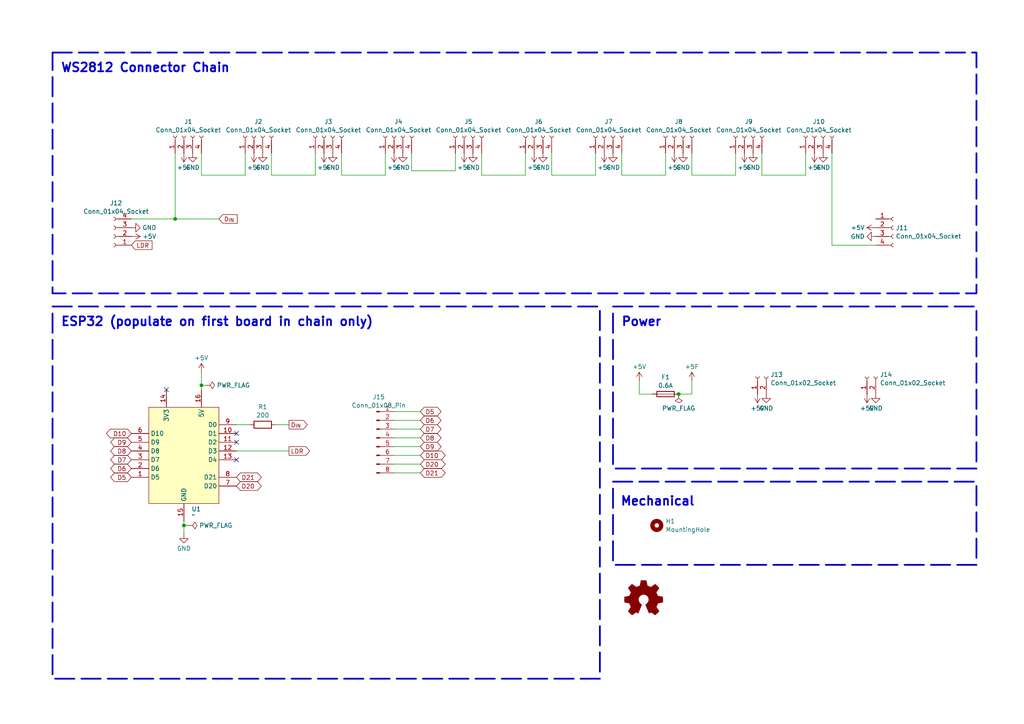
<source format=kicad_sch>
(kicad_sch (version 20231120) (generator "eeschema") (generator_version "8.0")
  (paper "A4")
  (lib_symbols
    (symbol "Connector:Conn_01x02_Socket" (pin_names (offset 1.016) hide)
      (property "Reference" "J" (at 0 2.54 0))
      (property "Value" "Conn_01x02_Socket" (at 0 -5.08 0))
      (symbol "Conn_01x02_Socket_1_1"
        (arc (start 0 -2.032) (mid -0.5058 -2.54) (end 0 -3.048) (stroke (width 0.1524)))
        (polyline (pts (xy -1.27 -2.54) (xy -0.508 -2.54)) (stroke (width 0.1524)))
        (polyline (pts (xy -1.27 0) (xy -0.508 0)) (stroke (width 0.1524)))
        (arc (start 0 0.508) (mid -0.5058 0) (end 0 -0.508) (stroke (width 0.1524)))
        (pin passive line (at -5.08 0 0) (length 3.81) (name "Pin_1") (number "1"))
        (pin passive line (at -5.08 -2.54 0) (length 3.81) (name "Pin_2") (number "2"))
      )
    )
    (symbol "Connector:Conn_01x04_Socket" (pin_names (offset 1.016) hide)
      (property "Reference" "J" (at 0 5.08 0))
      (property "Value" "Conn_01x04_Socket" (at 0 -7.62 0))
      (symbol "Conn_01x04_Socket_1_1"
        (arc (start 0 -4.572) (mid -0.5058 -5.08) (end 0 -5.588) (stroke (width 0.1524)))
        (arc (start 0 -2.032) (mid -0.5058 -2.54) (end 0 -3.048) (stroke (width 0.1524)))
        (polyline (pts (xy -1.27 -5.08) (xy -0.508 -5.08)) (stroke (width 0.1524)))
        (polyline (pts (xy -1.27 -2.54) (xy -0.508 -2.54)) (stroke (width 0.1524)))
        (polyline (pts (xy -1.27 0) (xy -0.508 0)) (stroke (width 0.1524)))
        (polyline (pts (xy -1.27 2.54) (xy -0.508 2.54)) (stroke (width 0.1524)))
        (arc (start 0 0.508) (mid -0.5058 0) (end 0 -0.508) (stroke (width 0.1524)))
        (arc (start 0 3.048) (mid -0.5058 2.54) (end 0 2.032) (stroke (width 0.1524)))
        (pin passive line (at -5.08 2.54 0) (length 3.81) (name "Pin_1") (number "1"))
        (pin passive line (at -5.08 0 0) (length 3.81) (name "Pin_2") (number "2"))
        (pin passive line (at -5.08 -2.54 0) (length 3.81) (name "Pin_3") (number "3"))
        (pin passive line (at -5.08 -5.08 0) (length 3.81) (name "Pin_4") (number "4"))
      )
    )
    (symbol "Connector:Conn_01x08_Pin" (pin_names (offset 1.016) hide)
      (property "Reference" "J" (at 0 10.16 0))
      (property "Value" "Conn_01x08_Pin" (at 0 -12.7 0))
      (symbol "Conn_01x08_Pin_1_1"
        (polyline (pts (xy 1.27 -10.16) (xy 0.8636 -10.16)) (stroke (width 0.1524)))
        (polyline (pts (xy 1.27 -7.62) (xy 0.8636 -7.62)) (stroke (width 0.1524)))
        (polyline (pts (xy 1.27 -5.08) (xy 0.8636 -5.08)) (stroke (width 0.1524)))
        (polyline (pts (xy 1.27 -2.54) (xy 0.8636 -2.54)) (stroke (width 0.1524)))
        (polyline (pts (xy 1.27 0) (xy 0.8636 0)) (stroke (width 0.1524)))
        (polyline (pts (xy 1.27 2.54) (xy 0.8636 2.54)) (stroke (width 0.1524)))
        (polyline (pts (xy 1.27 5.08) (xy 0.8636 5.08)) (stroke (width 0.1524)))
        (polyline (pts (xy 1.27 7.62) (xy 0.8636 7.62)) (stroke (width 0.1524)))
        (rectangle (start 0.8636 -10.033) (end 0 -10.287) (stroke (width 0.1524)) (fill (type outline)))
        (rectangle (start 0.8636 -7.493) (end 0 -7.747) (stroke (width 0.1524)) (fill (type outline)))
        (rectangle (start 0.8636 -4.953) (end 0 -5.207) (stroke (width 0.1524)) (fill (type outline)))
        (rectangle (start 0.8636 -2.413) (end 0 -2.667) (stroke (width 0.1524)) (fill (type outline)))
        (rectangle (start 0.8636 0.127) (end 0 -0.127) (stroke (width 0.1524)) (fill (type outline)))
        (rectangle (start 0.8636 2.667) (end 0 2.413) (stroke (width 0.1524)) (fill (type outline)))
        (rectangle (start 0.8636 5.207) (end 0 4.953) (stroke (width 0.1524)) (fill (type outline)))
        (rectangle (start 0.8636 7.747) (end 0 7.493) (stroke (width 0.1524)) (fill (type outline)))
        (pin passive line (at 5.08 7.62 180) (length 3.81) (name "Pin_1") (number "1"))
        (pin passive line (at 5.08 5.08 180) (length 3.81) (name "Pin_2") (number "2"))
        (pin passive line (at 5.08 2.54 180) (length 3.81) (name "Pin_3") (number "3"))
        (pin passive line (at 5.08 0 180) (length 3.81) (name "Pin_4") (number "4"))
        (pin passive line (at 5.08 -2.54 180) (length 3.81) (name "Pin_5") (number "5"))
        (pin passive line (at 5.08 -5.08 180) (length 3.81) (name "Pin_6") (number "6"))
        (pin passive line (at 5.08 -7.62 180) (length 3.81) (name "Pin_7") (number "7"))
        (pin passive line (at 5.08 -10.16 180) (length 3.81) (name "Pin_8") (number "8"))
      )
    )
    (symbol "Device:Fuse" (pin_numbers hide) (pin_names (offset 0))
      (property "Reference" "F" (at 2.032 0 90))
      (property "Value" "Fuse" (at -1.905 0 90))
      (symbol "Fuse_0_1"
        (rectangle (start -0.762 -2.54) (end 0.762 2.54) (stroke (width 0.254)))
        (polyline (pts (xy 0 2.54) (xy 0 -2.54)))
      )
      (symbol "Fuse_1_1"
        (pin passive line (at 0 3.81 270) (length 1.27) (name "~") (number "1"))
        (pin passive line (at 0 -3.81 90) (length 1.27) (name "~") (number "2"))
      )
    )
    (symbol "Device:R" (pin_numbers hide) (pin_names (offset 0))
      (property "Reference" "R" (at 2.032 0 90))
      (property "Value" "R" (at 0 0 90))
      (symbol "R_0_1"
        (rectangle (start -1.016 -2.54) (end 1.016 2.54) (stroke (width 0.254)))
      )
      (symbol "R_1_1"
        (pin passive line (at 0 3.81 270) (length 1.27) (name "~") (number "1"))
        (pin passive line (at 0 -3.81 90) (length 1.27) (name "~") (number "2"))
      )
    )
    (symbol "Graphic:Logo_Open_Hardware_Small" (in_bom no) (on_board no)
      (symbol "Logo_Open_Hardware_Small_0_1"
        (polyline (pts (xy 3.3528 -4.3434) (xy 3.302 -4.318) (xy 3.175 -4.2418) (xy 2.9972 -4.1148) (xy 2.7686 -3.9624) (xy 2.54 -3.81) (xy 2.3622 -3.7084) (xy 2.2352 -3.6068) (xy 2.1844 -3.5814) (xy 2.159 -3.6068) (xy 2.0574 -3.6576) (xy 1.905 -3.7338) (xy 1.8034 -3.7846) (xy 1.6764 -3.8354) (xy 1.6002 -3.8354) (xy 1.6002 -3.8354) (xy 1.5494 -3.7338) (xy 1.4732 -3.5306) (xy 1.3462 -3.302) (xy 1.2446 -3.0226) (xy 1.1176 -2.7178) (xy 0.9652 -2.413) (xy 0.8636 -2.1082) (xy 0.7366 -1.8288) (xy 0.6604 -1.6256) (xy 0.6096 -1.4732) (xy 0.5842 -1.397) (xy 0.5842 -1.397) (xy 0.6604 -1.3208) (xy 0.7874 -1.2446) (xy 1.0414 -1.016) (xy 1.2954 -0.6858) (xy 1.4478 -0.3302) (xy 1.524 0.0762) (xy 1.4732 0.4572) (xy 1.3208 0.8128) (xy 1.0668 1.143) (xy 0.762 1.3716) (xy 0.4064 1.524) (xy 0 1.5748) (xy -0.381 1.5494) (xy -0.7366 1.397) (xy -1.0668 1.143) (xy -1.2192 0.9906) (xy -1.397 0.6604) (xy -1.524 0.3048) (xy -1.524 0.2286) (xy -1.4986 -0.1778) (xy -1.397 -0.5334) (xy -1.1938 -0.8636) (xy -0.9144 -1.143) (xy -0.8636 -1.1684) (xy -0.7366 -1.27) (xy -0.635 -1.3462) (xy -0.5842 -1.397) (xy -1.0668 -2.5908) (xy -1.143 -2.794) (xy -1.2954 -3.1242) (xy -1.397 -3.4036) (xy -1.4986 -3.6322) (xy -1.5748 -3.7846) (xy -1.6002 -3.8354) (xy -1.6002 -3.8354) (xy -1.651 -3.8354) (xy -1.7272 -3.81) (xy -1.905 -3.7338) (xy -2.0066 -3.683) (xy -2.1336 -3.6068) (xy -2.2098 -3.5814) (xy -2.2606 -3.6068) (xy -2.3622 -3.683) (xy -2.54 -3.81) (xy -2.7686 -3.9624) (xy -2.9718 -4.0894) (xy -3.1496 -4.2164) (xy -3.302 -4.318) (xy -3.3528 -4.3434) (xy -3.3782 -4.3434) (xy -3.429 -4.318) (xy -3.5306 -4.2164) (xy -3.7084 -4.064) (xy -3.937 -3.8354) (xy -3.9624 -3.81) (xy -4.1656 -3.6068) (xy -4.318 -3.4544) (xy -4.4196 -3.3274) (xy -4.445 -3.2766) (xy -4.445 -3.2766) (xy -4.4196 -3.2258) (xy -4.318 -3.0734) (xy -4.2164 -2.8956) (xy -4.064 -2.667) (xy -3.6576 -2.0828) (xy -3.8862 -1.5494) (xy -3.937 -1.3716) (xy -4.0386 -1.1684) (xy -4.0894 -1.0414) (xy -4.1148 -0.9652) (xy -4.191 -0.9398) (xy -4.318 -0.9144) (xy -4.5466 -0.8636) (xy -4.8006 -0.8128) (xy -5.0546 -0.7874) (xy -5.2578 -0.7366) (xy -5.4356 -0.7112) (xy -5.5118 -0.6858) (xy -5.5118 -0.6858) (xy -5.5372 -0.635) (xy -5.5372 -0.5588) (xy -5.5372 -0.4318) (xy -5.5626 -0.2286) (xy -5.5626 0.0762) (xy -5.5626 0.127) (xy -5.5372 0.4064) (xy -5.5372 0.635) (xy -5.5372 0.762) (xy -5.5372 0.8382) (xy -5.5372 0.8382) (xy -5.461 0.8382) (xy -5.3086 0.889) (xy -5.08 0.9144) (xy -4.826 0.9652) (xy -4.8006 0.9906) (xy -4.5466 1.0414) (xy -4.318 1.0668) (xy -4.1656 1.1176) (xy -4.0894 1.143) (xy -4.0894 1.143) (xy -4.0386 1.2446) (xy -3.9624 1.4224) (xy -3.8608 1.6256) (xy -3.7846 1.8288) (xy -3.7084 2.0066) (xy -3.6576 2.159) (xy -3.6322 2.2098) (xy -3.6322 2.2098) (xy -3.683 2.286) (xy -3.7592 2.413) (xy -3.8862 2.5908) (xy -4.064 2.8194) (xy -4.064 2.8448) (xy -4.2164 3.0734) (xy -4.3434 3.2512) (xy -4.4196 3.3782) (xy -4.445 3.4544) (xy -4.445 3.4544) (xy -4.3942 3.5052) (xy -4.2926 3.6322) (xy -4.1148 3.81) (xy -3.937 4.0132) (xy -3.8608 4.064) (xy -3.6576 4.2926) (xy -3.5052 4.4196) (xy -3.4036 4.4958) (xy -3.3528 4.5212) (xy -3.3528 4.5212) (xy -3.302 4.4704) (xy -3.1496 4.3688) (xy -2.9718 4.2418) (xy -2.7432 4.0894) (xy -2.7178 4.0894) (xy -2.4892 3.937) (xy -2.3114 3.81) (xy -2.1844 3.7084) (xy -2.1336 3.683) (xy -2.1082 3.683) (xy -2.032 3.7084) (xy -1.8542 3.7592) (xy -1.6764 3.8354) (xy -1.4732 3.937) (xy -1.27 4.0132) (xy -1.143 4.064) (xy -1.0668 4.1148) (xy -1.0668 4.1148) (xy -1.0414 4.191) (xy -1.016 4.3434) (xy -0.9652 4.572) (xy -0.9144 4.8514) (xy -0.889 4.9022) (xy -0.8382 5.1562) (xy -0.8128 5.3848) (xy -0.7874 5.5372) (xy -0.762 5.588) (xy -0.7112 5.6134) (xy -0.5842 5.6134) (xy -0.4064 5.6134) (xy -0.1524 5.6134) (xy 0.0762 5.6134) (xy 0.3302 5.6134) (xy 0.5334 5.6134) (xy 0.6858 5.588) (xy 0.7366 5.588) (xy 0.7366 5.588) (xy 0.762 5.5118) (xy 0.8128 5.334) (xy 0.8382 5.1054) (xy 0.9144 4.826) (xy 0.9144 4.7752) (xy 0.9652 4.5212) (xy 1.016 4.2926) (xy 1.0414 4.1402) (xy 1.0668 4.0894) (xy 1.0668 4.0894) (xy 1.1938 4.0386) (xy 1.3716 3.9624) (xy 1.5748 3.8608) (xy 2.0828 3.6576) (xy 2.7178 4.0894) (xy 2.7686 4.1402) (xy 2.9972 4.2926) (xy 3.175 4.4196) (xy 3.302 4.4958) (xy 3.3782 4.5212) (xy 3.3782 4.5212) (xy 3.429 4.4704) (xy 3.556 4.3434) (xy 3.7338 4.191) (xy 3.9116 3.9878) (xy 4.064 3.8354) (xy 4.2418 3.6576) (xy 4.3434 3.556) (xy 4.4196 3.4798) (xy 4.4196 3.429) (xy 4.4196 3.4036) (xy 4.3942 3.3274) (xy 4.2926 3.2004) (xy 4.1656 2.9972) (xy 4.0132 2.794) (xy 3.8862 2.5908) (xy 3.7592 2.3876) (xy 3.6576 2.2352) (xy 3.6322 2.159) (xy 3.6322 2.1336) (xy 3.683 2.0066) (xy 3.7592 1.8288) (xy 3.8608 1.6002) (xy 4.064 1.1176) (xy 4.3942 1.0414) (xy 4.5974 1.016) (xy 4.8768 0.9652) (xy 5.1308 0.9144) (xy 5.5372 0.8382) (xy 5.5626 -0.6604) (xy 5.4864 -0.6858) (xy 5.4356 -0.6858) (xy 5.2832 -0.7366) (xy 5.0546 -0.762) (xy 4.8006 -0.8128) (xy 4.5974 -0.8636) (xy 4.3688 -0.9144) (xy 4.2164 -0.9398) (xy 4.1402 -0.9398) (xy 4.1148 -0.9652) (xy 4.064 -1.0668) (xy 3.9878 -1.2446) (xy 3.9116 -1.4478) (xy 3.81 -1.651) (xy 3.7338 -1.8542) (xy 3.683 -2.0066) (xy 3.6576 -2.0828) (xy 3.683 -2.1336) (xy 3.7846 -2.2606) (xy 3.8862 -2.4638) (xy 4.0386 -2.667) (xy 4.191 -2.8956) (xy 4.318 -3.0734) (xy 4.3942 -3.2004) (xy 4.445 -3.2766) (xy 4.4196 -3.3274) (xy 4.3434 -3.429) (xy 4.1656 -3.5814) (xy 3.937 -3.8354) (xy 3.8862 -3.8608) (xy 3.683 -4.064) (xy 3.5306 -4.2164) (xy 3.4036 -4.318) (xy 3.3528 -4.3434)) (fill (type outline)))
      )
    )
    (symbol "Mechanical:MountingHole" (pin_names (offset 1.016)) (exclude_from_sim yes) (in_bom no)
      (property "Reference" "H" (at 0 5.08 0))
      (property "Value" "MountingHole" (at 0 3.175 0))
      (symbol "MountingHole_0_1"
        (circle (center 0 0) (radius 1.27) (stroke (width 1.27)))
      )
    )
    (symbol "ledpcb:ESP32C3"
      (property "Reference" "U" (at -1.27 -1.27 0))
      (symbol "ESP32C3_1_1"
        (rectangle (start 0 27.94) (end 20.32 0) (fill (type background)))
        (pin bidirectional line (at -5.08 7.62 0) (length 5.08) (name "D5") (number "1"))
        (pin bidirectional line (at 25.4 20.32 180) (length 5.08) (name "D1") (number "10"))
        (pin bidirectional line (at 25.4 17.78 180) (length 5.08) (name "D2") (number "11"))
        (pin bidirectional line (at 25.4 15.24 180) (length 5.08) (name "D3") (number "12"))
        (pin bidirectional line (at 25.4 12.7 180) (length 5.08) (name "D4") (number "13"))
        (pin bidirectional line (at 5.08 33.02 270) (length 5.08) (name "3V3") (number "14"))
        (pin bidirectional line (at 10.16 -5.08 90) (length 5.08) (name "GND") (number "15"))
        (pin bidirectional line (at 15.24 33.02 270) (length 5.08) (name "5V") (number "16"))
        (pin bidirectional line (at -5.08 10.16 0) (length 5.08) (name "D6") (number "2"))
        (pin bidirectional line (at -5.08 12.7 0) (length 5.08) (name "D7") (number "3"))
        (pin bidirectional line (at -5.08 15.24 0) (length 5.08) (name "D8") (number "4"))
        (pin bidirectional line (at -5.08 17.78 0) (length 5.08) (name "D9") (number "5"))
        (pin bidirectional line (at -5.08 20.32 0) (length 5.08) (name "D10") (number "6"))
        (pin bidirectional line (at 25.4 5.08 180) (length 5.08) (name "D20") (number "7"))
        (pin bidirectional line (at 25.4 7.62 180) (length 5.08) (name "D21") (number "8"))
        (pin bidirectional line (at 25.4 22.86 180) (length 5.08) (name "D0") (number "9"))
      )
    )
    (symbol "power:+5F" (power) (pin_numbers hide) (pin_names (offset 0) hide)
      (property "Value" "+5F" (at 0 3.556 0))
      (symbol "+5F_0_1"
        (polyline (pts (xy -0.762 1.27) (xy 0 2.54)))
        (polyline (pts (xy 0 0) (xy 0 2.54)))
        (polyline (pts (xy 0 2.54) (xy 0.762 1.27)))
      )
      (symbol "+5F_1_1"
        (pin power_in line (at 0 0 90) (length 0) (name "~") (number "1"))
      )
    )
    (symbol "power:+5V" (power) (pin_numbers hide) (pin_names (offset 0) hide)
      (property "Value" "+5V" (at 0 3.556 0))
      (symbol "+5V_0_1"
        (polyline (pts (xy -0.762 1.27) (xy 0 2.54)))
        (polyline (pts (xy 0 0) (xy 0 2.54)))
        (polyline (pts (xy 0 2.54) (xy 0.762 1.27)))
      )
      (symbol "+5V_1_1"
        (pin power_in line (at 0 0 90) (length 0) (name "~") (number "1"))
      )
    )
    (symbol "power:GND" (power) (pin_numbers hide) (pin_names (offset 0) hide)
      (property "Value" "GND" (at 0 -3.81 0))
      (symbol "GND_0_1"
        (polyline (pts (xy 0 0) (xy 0 -1.27) (xy 1.27 -1.27) (xy 0 -2.54) (xy -1.27 -1.27) (xy 0 -1.27)))
      )
      (symbol "GND_1_1"
        (pin power_in line (at 0 0 270) (length 0) (name "~") (number "1"))
      )
    )
    (symbol "power:PWR_FLAG" (power) (pin_numbers hide) (pin_names (offset 0) hide)
      (property "Value" "PWR_FLAG" (at 0 3.81 0))
      (symbol "PWR_FLAG_0_0"
        (pin power_out line (at 0 0 90) (length 0) (name "~") (number "1"))
      )
      (symbol "PWR_FLAG_0_1"
        (polyline (pts (xy 0 0) (xy 0 1.27) (xy -1.016 1.905) (xy 0 2.54) (xy 1.016 1.905) (xy 0 1.27)))
      )
    )
  )
  (junction (at 196.85 114.3))
  (junction (at 53.34 152.4))
  (junction (at 58.42 111.76))
  (junction (at 50.8 63.5))
  (no_connect (at 48.26 113.03))
  (no_connect (at 68.58 133.35))
  (no_connect (at 68.58 128.27))
  (no_connect (at 68.58 125.73))
  (wire (pts (xy 200.66 114.3) (xy 196.85 114.3)))
  (wire (pts (xy 58.42 44.45) (xy 58.42 50.8)))
  (wire (pts (xy 185.42 114.3) (xy 189.23 114.3)))
  (wire (pts (xy 53.34 152.4) (xy 54.61 152.4)))
  (wire (pts (xy 200.66 44.45) (xy 200.66 50.8)))
  (wire (pts (xy 180.34 44.45) (xy 180.34 50.8)))
  (wire (pts (xy 111.76 50.8) (xy 111.76 44.45)))
  (wire (pts (xy 172.72 50.8) (xy 172.72 44.45)))
  (wire (pts (xy 58.42 111.76) (xy 59.69 111.76)))
  (wire (pts (xy 241.3 44.45) (xy 241.3 71.12)))
  (wire (pts (xy 160.02 50.8) (xy 172.72 50.8)))
  (wire (pts (xy 50.8 63.5) (xy 63.5 63.5)))
  (wire (pts (xy 114.3 137.16) (xy 121.92 137.16)))
  (wire (pts (xy 220.98 44.45) (xy 220.98 50.8)))
  (wire (pts (xy 185.42 110.49) (xy 185.42 114.3)))
  (wire (pts (xy 78.74 44.45) (xy 78.74 50.8)))
  (wire (pts (xy 78.74 50.8) (xy 91.44 50.8)))
  (wire (pts (xy 71.12 50.8) (xy 71.12 44.45)))
  (wire (pts (xy 53.34 152.4) (xy 53.34 154.94)))
  (wire (pts (xy 58.42 50.8) (xy 71.12 50.8)))
  (wire (pts (xy 241.3 71.12) (xy 254 71.12)))
  (wire (pts (xy 50.8 44.45) (xy 50.8 63.5)))
  (wire (pts (xy 114.3 129.54) (xy 121.92 129.54)))
  (wire (pts (xy 114.3 127) (xy 121.92 127)))
  (wire (pts (xy 213.36 50.8) (xy 213.36 44.45)))
  (wire (pts (xy 114.3 119.38) (xy 121.92 119.38)))
  (wire (pts (xy 233.68 50.8) (xy 233.68 44.45)))
  (wire (pts (xy 99.06 44.45) (xy 99.06 50.8)))
  (wire (pts (xy 38.1 63.5) (xy 50.8 63.5)))
  (wire (pts (xy 152.4 50.8) (xy 152.4 44.45)))
  (wire (pts (xy 114.3 124.46) (xy 121.92 124.46)))
  (wire (pts (xy 139.7 44.45) (xy 139.7 50.8)))
  (wire (pts (xy 58.42 111.76) (xy 58.42 113.03)))
  (wire (pts (xy 91.44 50.8) (xy 91.44 44.45)))
  (wire (pts (xy 68.58 130.81) (xy 83.82 130.81)))
  (wire (pts (xy 58.42 107.95) (xy 58.42 111.76)))
  (wire (pts (xy 160.02 44.45) (xy 160.02 50.8)))
  (wire (pts (xy 139.7 50.8) (xy 152.4 50.8)))
  (wire (pts (xy 114.3 121.92) (xy 121.92 121.92)))
  (wire (pts (xy 200.66 110.49) (xy 200.66 114.3)))
  (wire (pts (xy 53.34 151.13) (xy 53.34 152.4)))
  (wire (pts (xy 119.38 44.45) (xy 119.38 49.53)))
  (wire (pts (xy 119.38 49.53) (xy 132.08 49.53)))
  (wire (pts (xy 80.01 123.19) (xy 83.82 123.19)))
  (wire (pts (xy 114.3 134.62) (xy 121.92 134.62)))
  (wire (pts (xy 114.3 132.08) (xy 121.92 132.08)))
  (wire (pts (xy 68.58 123.19) (xy 72.39 123.19)))
  (wire (pts (xy 200.66 50.8) (xy 213.36 50.8)))
  (wire (pts (xy 99.06 50.8) (xy 111.76 50.8)))
  (wire (pts (xy 132.08 49.53) (xy 132.08 44.45)))
  (wire (pts (xy 220.98 50.8) (xy 233.68 50.8)))
  (wire (pts (xy 180.34 50.8) (xy 193.04 50.8)))
  (wire (pts (xy 193.04 50.8) (xy 193.04 44.45)))
  (rectangle (start 15.24 15.24) (end 283.21 85.09) (stroke (width 0.508) (type dash)))
  (rectangle (start 177.8 139.7) (end 283.21 163.83) (stroke (width 0.508) (type dash)))
  (rectangle (start 177.8 88.9) (end 283.21 135.89) (stroke (width 0.508) (type dash)))
  (rectangle (start 15.24 88.9) (end 173.99 196.85) (stroke (width 0.508) (type dash)))
  (text "WS2812 Connector Chain" (at 17.526 18.288 0) (effects (font (size 2.54 2.54) (thickness 0.508) (bold yes)) (justify left top)))
  (text "Power" (at 180.086 91.948 0) (effects (font (size 2.54 2.54) (thickness 0.508) (bold yes)) (justify left top)))
  (text "ESP32 (populate on first board in chain only)" (at 17.526 91.948 0) (effects (font (size 2.54 2.54) (thickness 0.508) (bold yes)) (justify left top)))
  (text "Mechanical" (at 179.832 144.018 0) (effects (font (size 2.54 2.54) (thickness 0.508) (bold yes)) (justify left top)))
  (global_label "D10" (shape bidirectional) (at 121.92 132.08 0) (property "Intersheetrefs" "${INTERSHEET_REFS}" (effects (hide yes))))
  (global_label "LDR" (shape input) (at 38.1 71.12 0) (property "Intersheetrefs" "${INTERSHEET_REFS}" (effects (hide yes))))
  (global_label "D20" (shape bidirectional) (at 68.58 140.97 0) (property "Intersheetrefs" "${INTERSHEET_REFS}" (effects (hide yes))))
  (global_label "D21" (shape bidirectional) (at 121.92 137.16 0) (property "Intersheetrefs" "${INTERSHEET_REFS}" (effects (hide yes))))
  (global_label "D6" (shape bidirectional) (at 38.1 135.89 180) (property "Intersheetrefs" "${INTERSHEET_REFS}" (effects (hide yes))))
  (global_label "D9" (shape bidirectional) (at 38.1 128.27 180) (property "Intersheetrefs" "${INTERSHEET_REFS}" (effects (hide yes))))
  (global_label "D20" (shape bidirectional) (at 121.92 134.62 0) (property "Intersheetrefs" "${INTERSHEET_REFS}" (effects (hide yes))))
  (global_label "D_{IN}" (shape output) (at 83.82 123.19 0) (property "Intersheetrefs" "${INTERSHEET_REFS}" (effects (hide yes))))
  (global_label "D9" (shape bidirectional) (at 121.92 129.54 0) (property "Intersheetrefs" "${INTERSHEET_REFS}" (effects (hide yes))))
  (global_label "D8" (shape bidirectional) (at 38.1 130.81 180) (property "Intersheetrefs" "${INTERSHEET_REFS}" (effects (hide yes))))
  (global_label "D7" (shape bidirectional) (at 38.1 133.35 180) (property "Intersheetrefs" "${INTERSHEET_REFS}" (effects (hide yes))))
  (global_label "D6" (shape bidirectional) (at 121.92 121.92 0) (property "Intersheetrefs" "${INTERSHEET_REFS}" (effects (hide yes))))
  (global_label "D5" (shape bidirectional) (at 121.92 119.38 0) (property "Intersheetrefs" "${INTERSHEET_REFS}" (effects (hide yes))))
  (global_label "D10" (shape bidirectional) (at 38.1 125.73 180) (property "Intersheetrefs" "${INTERSHEET_REFS}" (effects (hide yes))))
  (global_label "D8" (shape bidirectional) (at 121.92 127 0) (property "Intersheetrefs" "${INTERSHEET_REFS}" (effects (hide yes))))
  (global_label "LDR" (shape output) (at 83.82 130.81 0) (property "Intersheetrefs" "${INTERSHEET_REFS}" (effects (hide yes))))
  (global_label "D5" (shape bidirectional) (at 38.1 138.43 180) (property "Intersheetrefs" "${INTERSHEET_REFS}" (effects (hide yes))))
  (global_label "D21" (shape bidirectional) (at 68.58 138.43 0) (property "Intersheetrefs" "${INTERSHEET_REFS}" (effects (hide yes))))
  (global_label "D_{IN}" (shape input) (at 63.5 63.5 0) (property "Intersheetrefs" "${INTERSHEET_REFS}" (effects (hide yes))))
  (global_label "D7" (shape bidirectional) (at 121.92 124.46 0) (property "Intersheetrefs" "${INTERSHEET_REFS}" (effects (hide yes))))
  (symbol (lib_id "power:+5V") (at 38.1 68.58 270) (unit 1)
    (property "Reference" "#PWR013" (effects (hide yes)))
    (property "Value" "+5V" (at 41.275 68.58 90) (effects (justify left)))
    (property "Description" "Power symbol creates a global label with name \"+5V\"" (effects (hide yes)))
  )
  (symbol (lib_id "power:GND") (at 38.1 66.04 90) (unit 1)
    (property "Reference" "#PWR012" (effects (hide yes)))
    (property "Value" "GND" (at 41.275 66.04 90) (effects (justify right)))
    (property "Description" "Power symbol creates a global label with name \"GND\" , ground" (effects (hide yes)))
  )
  (symbol (lib_id "power:PWR_FLAG") (at 196.85 114.3 180) (unit 1)
    (property "Reference" "#FLG01" (effects (hide yes)))
    (property "Value" "PWR_FLAG" (at 196.85 118.4331 0))
    (property "Description" "Special symbol for telling ERC where power comes from" (effects (hide yes)))
  )
  (symbol (lib_id "Connector:Conn_01x08_Pin") (at 109.22 127 0) (unit 1)
    (property "Reference" "J15" (at 109.855 115.1593 0))
    (property "Value" "Conn_01x08_Pin" (at 109.855 117.5836 0))
    (property "Footprint" "Connector_PinHeader_2.54mm:PinHeader_1x08_P2.54mm_Vertical" (effects (hide yes)))
    (property "Description" "Generic connector, single row, 01x08, script generated" (effects (hide yes)))
  )
  (symbol (lib_id "power:GND") (at 76.2 44.45 0) (unit 1)
    (property "Reference" "#PWR02" (effects (hide yes)))
    (property "Value" "GND" (at 76.2 48.5831 0))
    (property "Description" "Power symbol creates a global label with name \"GND\" , ground" (effects (hide yes)))
  )
  (symbol (lib_id "power:+5F") (at 200.66 110.49 0) (unit 1)
    (property "Reference" "#PWR025" (effects (hide yes)))
    (property "Value" "+5F" (at 200.66 106.3569 0))
    (property "Description" "Power symbol creates a global label with name \"+5F\"" (effects (hide yes)))
  )
  (symbol (lib_id "Connector:Conn_01x04_Socket") (at 259.08 66.04 0) (unit 1)
    (property "Reference" "J11" (at 259.7912 66.0978 0) (effects (justify left)))
    (property "Value" "Conn_01x04_Socket" (at 259.7912 68.5221 0) (effects (justify left)))
    (property "Footprint" "Connector_JST:JST_ZH_B4B-ZR_1x04_P1.50mm_Vertical" (effects (hide yes)))
    (property "Datasheet" "C22362446" (effects (hide yes)))
    (property "Description" "Generic connector, single row, 01x04, script generated" (effects (hide yes)))
  )
  (symbol (lib_id "power:GND") (at 96.52 44.45 0) (unit 1)
    (property "Reference" "#PWR03" (effects (hide yes)))
    (property "Value" "GND" (at 96.52 48.5831 0))
    (property "Description" "Power symbol creates a global label with name \"GND\" , ground" (effects (hide yes)))
  )
  (symbol (lib_id "Connector:Conn_01x02_Socket") (at 219.71 109.22 90) (unit 1)
    (property "Reference" "J13" (at 223.4692 108.6428 90) (effects (justify right)))
    (property "Value" "Conn_01x02_Socket" (at 223.4692 111.0671 90) (effects (justify right)))
    (property "Footprint" "Connector_JST:JST_ZH_B2B-ZR_1x02_P1.50mm_Vertical" (effects (hide yes)))
    (property "Datasheet" "C22362444" (effects (hide yes)))
    (property "Description" "Generic connector, single row, 01x02, script generated" (effects (hide yes)))
  )
  (symbol (lib_id "power:+5F") (at 215.9 44.45 180) (unit 1)
    (property "Reference" "#PWR022" (effects (hide yes)))
    (property "Value" "+5F" (at 215.9 48.5831 0))
    (property "Description" "Power symbol creates a global label with name \"+5F\"" (effects (hide yes)))
  )
  (symbol (lib_id "power:+5V") (at 185.42 110.49 0) (unit 1)
    (property "Reference" "#PWR026" (effects (hide yes)))
    (property "Value" "+5V" (at 185.42 106.3569 0))
    (property "Description" "Power symbol creates a global label with name \"+5V\"" (effects (hide yes)))
  )
  (symbol (lib_id "ledpcb:ESP32C3") (at 43.18 146.05 0) (unit 1)
    (property "Reference" "U1" (at 55.5341 147.6431 0) (effects (justify left)))
    (property "Value" "~" (at 55.5341 149.3245 0) (effects (justify left)))
    (property "Footprint" "ledbcp:ESP32C3" (effects (hide yes)))
  )
  (symbol (lib_id "power:+5F") (at 53.34 44.45 180) (unit 1)
    (property "Reference" "#PWR014" (effects (hide yes)))
    (property "Value" "+5F" (at 53.34 48.5831 0))
    (property "Description" "Power symbol creates a global label with name \"+5F\"" (effects (hide yes)))
  )
  (symbol (lib_id "Connector:Conn_01x02_Socket") (at 251.46 109.22 90) (unit 1)
    (property "Reference" "J14" (at 255.2192 108.6428 90) (effects (justify right)))
    (property "Value" "Conn_01x02_Socket" (at 255.2192 111.0671 90) (effects (justify right)))
    (property "Footprint" "Connector_JST:JST_ZH_B2B-ZR_1x02_P1.50mm_Vertical" (effects (hide yes)))
    (property "Datasheet" "C22362444" (effects (hide yes)))
    (property "Description" "Generic connector, single row, 01x02, script generated" (effects (hide yes)))
  )
  (symbol (lib_id "Connector:Conn_01x04_Socket") (at 154.94 39.37 90) (unit 1)
    (property "Reference" "J6" (at 156.21 35.2763 90))
    (property "Value" "Conn_01x04_Socket" (at 156.21 37.7006 90))
    (property "Footprint" "Connector_JST:JST_ZH_B4B-ZR_1x04_P1.50mm_Vertical" (effects (hide yes)))
    (property "Datasheet" "C22362446" (effects (hide yes)))
    (property "Description" "Generic connector, single row, 01x04, script generated" (effects (hide yes)))
  )
  (symbol (lib_id "power:+5V") (at 219.71 114.3 180) (unit 1)
    (property "Reference" "#PWR029" (effects (hide yes)))
    (property "Value" "+5V" (at 219.71 118.4331 0))
    (property "Description" "Power symbol creates a global label with name \"+5V\"" (effects (hide yes)))
  )
  (symbol (lib_id "Connector:Conn_01x04_Socket") (at 93.98 39.37 90) (unit 1)
    (property "Reference" "J3" (at 95.25 35.2763 90))
    (property "Value" "Conn_01x04_Socket" (at 95.25 37.7006 90))
    (property "Footprint" "Connector_JST:JST_ZH_B4B-ZR_1x04_P1.50mm_Vertical" (effects (hide yes)))
    (property "Datasheet" "C22362446" (effects (hide yes)))
    (property "Description" "Generic connector, single row, 01x04, script generated" (effects (hide yes)))
  )
  (symbol (lib_id "power:+5F") (at 93.98 44.45 180) (unit 1)
    (property "Reference" "#PWR016" (effects (hide yes)))
    (property "Value" "+5F" (at 93.98 48.5831 0))
    (property "Description" "Power symbol creates a global label with name \"+5F\"" (effects (hide yes)))
  )
  (symbol (lib_id "Device:R") (at 76.2 123.19 90) (unit 1)
    (property "Reference" "R1" (at 76.2 118.0295 90))
    (property "Value" "200" (at 76.2 120.4538 90))
    (property "Footprint" "Resistor_SMD:R_0603_1608Metric" (effects (hide yes)))
    (property "Description" "Resistor" (effects (hide yes)))
    (property "LCSC" "C186377" (effects (hide yes)))
  )
  (symbol (lib_id "power:+5F") (at 175.26 44.45 180) (unit 1)
    (property "Reference" "#PWR020" (effects (hide yes)))
    (property "Value" "+5F" (at 175.26 48.5831 0))
    (property "Description" "Power symbol creates a global label with name \"+5F\"" (effects (hide yes)))
  )
  (symbol (lib_id "power:GND") (at 157.48 44.45 0) (unit 1)
    (property "Reference" "#PWR06" (effects (hide yes)))
    (property "Value" "GND" (at 157.48 48.5831 0))
    (property "Description" "Power symbol creates a global label with name \"GND\" , ground" (effects (hide yes)))
  )
  (symbol (lib_id "power:GND") (at 53.34 154.94 0) (unit 1)
    (property "Reference" "#PWR028" (effects (hide yes)))
    (property "Value" "GND" (at 53.34 159.0731 0))
    (property "Description" "Power symbol creates a global label with name \"GND\" , ground" (effects (hide yes)))
  )
  (symbol (lib_id "Connector:Conn_01x04_Socket") (at 175.26 39.37 90) (unit 1)
    (property "Reference" "J7" (at 176.53 35.2763 90))
    (property "Value" "Conn_01x04_Socket" (at 176.53 37.7006 90))
    (property "Footprint" "Connector_JST:JST_ZH_B4B-ZR_1x04_P1.50mm_Vertical" (effects (hide yes)))
    (property "Datasheet" "C22362446" (effects (hide yes)))
    (property "Description" "Generic connector, single row, 01x04, script generated" (effects (hide yes)))
  )
  (symbol (lib_id "Connector:Conn_01x04_Socket") (at 195.58 39.37 90) (unit 1)
    (property "Reference" "J8" (at 196.85 35.2763 90))
    (property "Value" "Conn_01x04_Socket" (at 196.85 37.7006 90))
    (property "Footprint" "Connector_JST:JST_ZH_B4B-ZR_1x04_P1.50mm_Vertical" (effects (hide yes)))
    (property "Datasheet" "C22362446" (effects (hide yes)))
    (property "Description" "Generic connector, single row, 01x04, script generated" (effects (hide yes)))
  )
  (symbol (lib_id "power:GND") (at 222.25 114.3 0) (unit 1)
    (property "Reference" "#PWR030" (effects (hide yes)))
    (property "Value" "GND" (at 222.25 118.4331 0))
    (property "Description" "Power symbol creates a global label with name \"GND\" , ground" (effects (hide yes)))
  )
  (symbol (lib_id "power:+5F") (at 154.94 44.45 180) (unit 1)
    (property "Reference" "#PWR019" (effects (hide yes)))
    (property "Value" "+5F" (at 154.94 48.5831 0))
    (property "Description" "Power symbol creates a global label with name \"+5F\"" (effects (hide yes)))
  )
  (symbol (lib_id "power:+5V") (at 58.42 107.95 0) (unit 1)
    (property "Reference" "#PWR027" (effects (hide yes)))
    (property "Value" "+5V" (at 58.42 103.8169 0))
    (property "Description" "Power symbol creates a global label with name \"+5V\"" (effects (hide yes)))
  )
  (symbol (lib_id "Connector:Conn_01x04_Socket") (at 114.3 39.37 90) (unit 1)
    (property "Reference" "J4" (at 115.57 35.2763 90))
    (property "Value" "Conn_01x04_Socket" (at 115.57 37.7006 90))
    (property "Footprint" "Connector_JST:JST_ZH_B4B-ZR_1x04_P1.50mm_Vertical" (effects (hide yes)))
    (property "Datasheet" "C22362446" (effects (hide yes)))
    (property "Description" "Generic connector, single row, 01x04, script generated" (effects (hide yes)))
  )
  (symbol (lib_id "power:+5V") (at 251.46 114.3 180) (unit 1)
    (property "Reference" "#PWR031" (effects (hide yes)))
    (property "Value" "+5V" (at 251.46 118.4331 0))
    (property "Description" "Power symbol creates a global label with name \"+5V\"" (effects (hide yes)))
  )
  (symbol (lib_id "power:+5F") (at 73.66 44.45 180) (unit 1)
    (property "Reference" "#PWR015" (effects (hide yes)))
    (property "Value" "+5F" (at 73.66 48.5831 0))
    (property "Description" "Power symbol creates a global label with name \"+5F\"" (effects (hide yes)))
  )
  (symbol (lib_id "power:GND") (at 198.12 44.45 0) (unit 1)
    (property "Reference" "#PWR08" (effects (hide yes)))
    (property "Value" "GND" (at 198.12 48.5831 0))
    (property "Description" "Power symbol creates a global label with name \"GND\" , ground" (effects (hide yes)))
  )
  (symbol (lib_id "power:+5F") (at 114.3 44.45 180) (unit 1)
    (property "Reference" "#PWR017" (effects (hide yes)))
    (property "Value" "+5F" (at 114.3 48.5831 0))
    (property "Description" "Power symbol creates a global label with name \"+5F\"" (effects (hide yes)))
  )
  (symbol (lib_id "power:GND") (at 116.84 44.45 0) (unit 1)
    (property "Reference" "#PWR04" (effects (hide yes)))
    (property "Value" "GND" (at 116.84 48.5831 0))
    (property "Description" "Power symbol creates a global label with name \"GND\" , ground" (effects (hide yes)))
  )
  (symbol (lib_id "Connector:Conn_01x04_Socket") (at 53.34 39.37 90) (unit 1)
    (property "Reference" "J1" (at 54.61 35.2763 90))
    (property "Value" "Conn_01x04_Socket" (at 54.61 37.7006 90))
    (property "Footprint" "Connector_JST:JST_ZH_B4B-ZR_1x04_P1.50mm_Vertical" (effects (hide yes)))
    (property "Datasheet" "C22362446" (effects (hide yes)))
    (property "Description" "Generic connector, single row, 01x04, script generated" (effects (hide yes)))
  )
  (symbol (lib_id "power:+5F") (at 195.58 44.45 180) (unit 1)
    (property "Reference" "#PWR021" (effects (hide yes)))
    (property "Value" "+5F" (at 195.58 48.5831 0))
    (property "Description" "Power symbol creates a global label with name \"+5F\"" (effects (hide yes)))
  )
  (symbol (lib_id "Device:Fuse") (at 193.04 114.3 90) (unit 1)
    (property "Reference" "F1" (at 193.04 109.3935 90))
    (property "Value" "0.6A" (at 193.04 111.8178 90))
    (property "Footprint" "Fuse:Fuse_1206_3216Metric" (effects (hide yes)))
    (property "Description" "Fuse" (effects (hide yes)))
    (property "LCSC" "C187594" (effects (hide yes)))
  )
  (symbol (lib_id "Connector:Conn_01x04_Socket") (at 73.66 39.37 90) (unit 1)
    (property "Reference" "J2" (at 74.93 35.2763 90))
    (property "Value" "Conn_01x04_Socket" (at 74.93 37.7006 90))
    (property "Footprint" "Connector_JST:JST_ZH_B4B-ZR_1x04_P1.50mm_Vertical" (effects (hide yes)))
    (property "Datasheet" "C22362446" (effects (hide yes)))
    (property "Description" "Generic connector, single row, 01x04, script generated" (effects (hide yes)))
  )
  (symbol (lib_id "power:+5F") (at 236.22 44.45 180) (unit 1)
    (property "Reference" "#PWR023" (effects (hide yes)))
    (property "Value" "+5F" (at 236.22 48.5831 0))
    (property "Description" "Power symbol creates a global label with name \"+5F\"" (effects (hide yes)))
  )
  (symbol (lib_id "power:GND") (at 254 68.58 270) (unit 1)
    (property "Reference" "#PWR011" (effects (hide yes)))
    (property "Value" "GND" (at 250.8251 68.58 90) (effects (justify right)))
    (property "Description" "Power symbol creates a global label with name \"GND\" , ground" (effects (hide yes)))
  )
  (symbol (lib_id "power:PWR_FLAG") (at 59.69 111.76 270) (unit 1)
    (property "Reference" "#FLG02" (effects (hide yes)))
    (property "Value" "PWR_FLAG" (at 62.865 111.76 90) (effects (justify left)))
    (property "Description" "Special symbol for telling ERC where power comes from" (effects (hide yes)))
  )
  (symbol (lib_id "Mechanical:MountingHole") (at 190.5 152.4 0) (unit 1) (exclude_from_sim yes) (in_bom no)
    (property "Reference" "H1" (at 193.04 151.1878 0) (effects (justify left)))
    (property "Value" "MountingHole" (at 193.04 153.6121 0) (effects (justify left)))
    (property "Footprint" "MountingHole:MountingHole_3.2mm_M3" (effects (hide yes)))
    (property "Description" "Mounting Hole without connection" (effects (hide yes)))
  )
  (symbol (lib_id "power:GND") (at 177.8 44.45 0) (unit 1)
    (property "Reference" "#PWR07" (effects (hide yes)))
    (property "Value" "GND" (at 177.8 48.5831 0))
    (property "Description" "Power symbol creates a global label with name \"GND\" , ground" (effects (hide yes)))
  )
  (symbol (lib_id "Connector:Conn_01x04_Socket") (at 134.62 39.37 90) (unit 1)
    (property "Reference" "J5" (at 135.89 35.2763 90))
    (property "Value" "Conn_01x04_Socket" (at 135.89 37.7006 90))
    (property "Footprint" "Connector_JST:JST_ZH_B4B-ZR_1x04_P1.50mm_Vertical" (effects (hide yes)))
    (property "Datasheet" "C22362446" (effects (hide yes)))
    (property "Description" "Generic connector, single row, 01x04, script generated" (effects (hide yes)))
  )
  (symbol (lib_id "power:PWR_FLAG") (at 54.61 152.4 270) (unit 1)
    (property "Reference" "#FLG03" (effects (hide yes)))
    (property "Value" "PWR_FLAG" (at 57.785 152.4 90) (effects (justify left)))
    (property "Description" "Special symbol for telling ERC where power comes from" (effects (hide yes)))
  )
  (symbol (lib_id "power:GND") (at 238.76 44.45 0) (unit 1)
    (property "Reference" "#PWR010" (effects (hide yes)))
    (property "Value" "GND" (at 238.76 48.5831 0))
    (property "Description" "Power symbol creates a global label with name \"GND\" , ground" (effects (hide yes)))
  )
  (symbol (lib_id "Connector:Conn_01x04_Socket") (at 236.22 39.37 90) (unit 1)
    (property "Reference" "J10" (at 237.49 35.2763 90))
    (property "Value" "Conn_01x04_Socket" (at 237.49 37.7006 90))
    (property "Footprint" "Connector_JST:JST_ZH_B4B-ZR_1x04_P1.50mm_Vertical" (effects (hide yes)))
    (property "Datasheet" "C22362446" (effects (hide yes)))
    (property "Description" "Generic connector, single row, 01x04, script generated" (effects (hide yes)))
  )
  (symbol (lib_id "power:+5V") (at 254 66.04 90) (unit 1)
    (property "Reference" "#PWR024" (effects (hide yes)))
    (property "Value" "+5V" (at 250.8251 66.04 90) (effects (justify left)))
    (property "Description" "Power symbol creates a global label with name \"+5V\"" (effects (hide yes)))
  )
  (symbol (lib_id "Connector:Conn_01x04_Socket") (at 33.02 68.58 180) (unit 1)
    (property "Reference" "J12" (at 33.655 58.8983 0))
    (property "Value" "Conn_01x04_Socket" (at 33.655 61.3226 0))
    (property "Footprint" "Connector_JST:JST_ZH_B4B-ZR_1x04_P1.50mm_Vertical" (effects (hide yes)))
    (property "Datasheet" "C22362446" (effects (hide yes)))
    (property "Description" "Generic connector, single row, 01x04, script generated" (effects (hide yes)))
    (property "LCSC" "C22362446" (effects (hide yes)))
  )
  (symbol (lib_id "power:GND") (at 254 114.3 0) (unit 1)
    (property "Reference" "#PWR032" (effects (hide yes)))
    (property "Value" "GND" (at 254 118.4331 0))
    (property "Description" "Power symbol creates a global label with name \"GND\" , ground" (effects (hide yes)))
  )
  (symbol (lib_id "Graphic:Logo_Open_Hardware_Small") (at 186.69 173.99 0) (unit 1) (exclude_from_sim yes) (in_bom no)
    (property "Reference" "#SYM1" (effects (hide yes)))
    (property "Value" "Logo_Open_Hardware_Small" (effects (hide yes)))
    (property "Footprint" "Symbol:OSHW-Logo2_7.3x6mm_SilkScreen" (effects (hide yes)))
    (property "Description" "Open Hardware logo, small" (effects (hide yes)))
  )
  (symbol (lib_id "power:GND") (at 137.16 44.45 0) (unit 1)
    (property "Reference" "#PWR05" (effects (hide yes)))
    (property "Value" "GND" (at 137.16 48.5831 0))
    (property "Description" "Power symbol creates a global label with name \"GND\" , ground" (effects (hide yes)))
  )
  (symbol (lib_id "power:+5F") (at 134.62 44.45 180) (unit 1)
    (property "Reference" "#PWR018" (effects (hide yes)))
    (property "Value" "+5F" (at 134.62 48.5831 0))
    (property "Description" "Power symbol creates a global label with name \"+5F\"" (effects (hide yes)))
  )
  (symbol (lib_id "power:GND") (at 55.88 44.45 0) (unit 1)
    (property "Reference" "#PWR01" (effects (hide yes)))
    (property "Value" "GND" (at 55.88 48.5831 0))
    (property "Description" "Power symbol creates a global label with name \"GND\" , ground" (effects (hide yes)))
  )
  (symbol (lib_id "power:GND") (at 218.44 44.45 0) (unit 1)
    (property "Reference" "#PWR09" (effects (hide yes)))
    (property "Value" "GND" (at 218.44 48.5831 0))
    (property "Description" "Power symbol creates a global label with name \"GND\" , ground" (effects (hide yes)))
  )
  (symbol (lib_id "Connector:Conn_01x04_Socket") (at 215.9 39.37 90) (unit 1)
    (property "Reference" "J9" (at 217.17 35.2763 90))
    (property "Value" "Conn_01x04_Socket" (at 217.17 37.7006 90))
    (property "Footprint" "Connector_JST:JST_ZH_B4B-ZR_1x04_P1.50mm_Vertical" (effects (hide yes)))
    (property "Datasheet" "C22362446" (effects (hide yes)))
    (property "Description" "Generic connector, single row, 01x04, script generated" (effects (hide yes)))
  )
)
</source>
